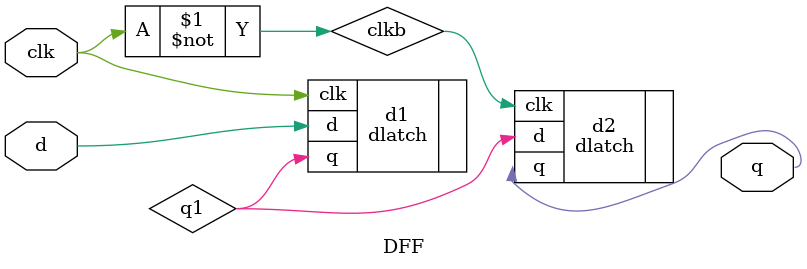
<source format=v>
`timescale 1ns / 1ps


module DFF(
input d,
output q,
input clk
    );
    
    wire q1;
    wire clkb = ~clk;
//    wire qb;
    
    dlatch d1(.d(d),.q(q1),.clk(clk));
    dlatch d2(.d(q1),.q(q),.clk(clkb));
  

endmodule

</source>
